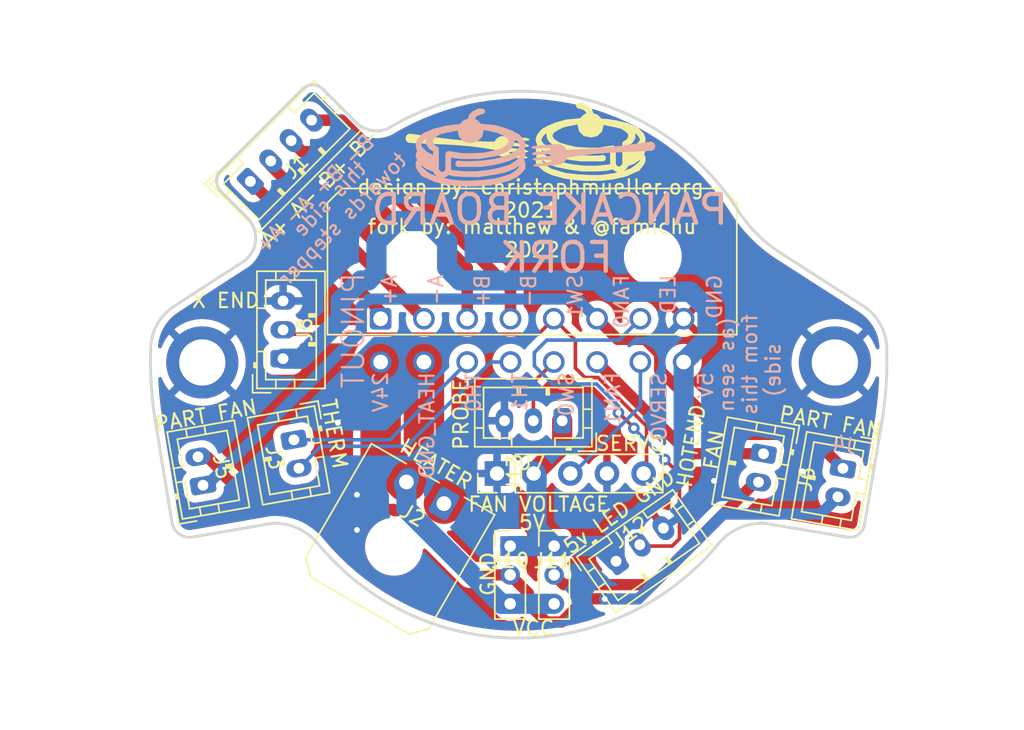
<source format=kicad_pcb>
(kicad_pcb (version 20211014) (generator pcbnew)
  (layers (0 "F.Cu" signal) (31 "B.Cu" signal) (34 "B.Paste" user) (35 "F.Paste" user) (36 "B.SilkS" user "B.Silkscreen") (37 "F.SilkS" user "F.Silkscreen") (38 "B.Mask" user) (39 "F.Mask" user) (44 "Edge.Cuts" user))
  (net 0 "")
  (net 1 "/B-")
  (net 2 "/B+")
  (net 3 "/A-")
  (net 4 "/A+")
  (net 5 "/therm1")
  (net 6 "/therm0")
  (net 7 "/fan0")
  (net 8 "+5V")
  (net 9 "/fan1")
  (net 10 "GND")
  (net 11 "/sw0")
  (net 12 "/sw1")
  (net 13 "/heat_gnd")
  (net 14 "+24V")
  (net 15 "/VFAN0")
  (net 16 "/VFAN1")
  (net 17 "/led")
  (net 18 "/servo")
  (footprint "Connector_JST:JST_PH_B4B-PH-K_1x04_P2.00mm_Vertical" (layer "F.Cu") (at 81.411371 87.453041 45)
    (fp_text reference "J1" (at 2.978949 1.504998 45) (layer "F.SilkS"))
    (fp_text value "A+ A- B+ B-" (at 3.158554 3.69618 45) (layer "F.SilkS"))
    (pad "1" thru_hole roundrect locked (at 0 0 45) (size 1.2 1.75) (drill 0.75) (layers *.Cu *.Mask) (roundrect_rratio 0.2083325) (net 4 "/A+"))
    (pad "2" thru_hole oval locked (at 2 0 45) (size 1.2 1.75) (drill 0.75) (layers *.Cu *.Mask) (net 3 "/A-"))
    (pad "3" thru_hole oval locked (at 4 0 45) (size 1.2 1.75) (drill 0.75) (layers *.Cu *.Mask) (net 2 "/B+"))
    (pad "4" thru_hole oval locked (at 6 0 45) (size 1.2 1.75) (drill 0.75) (layers *.Cu *.Mask) (net 1 "/B-"))
  )
  (footprint "Connector_Molex:Molex_Micro-Fit_3.0_43650-0200_1x02_P3.00mm_Horizontal" (layer "F.Cu") (at 94.825638 109.78308 150)
    (fp_text reference "J2" (at 1.47193 -1.783418 150) (layer "F.SilkS"))
    (fp_text value " ")
    (pad "" np_thru_hole circle (at 1.5 -4.32 150) (size 3 3) (drill 3) (layers *.Cu *.Mask))
    (pad "1" thru_hole roundrect (at 0 0 150) (size 1.5 2.02) (drill 1.02) (layers *.Cu *.Mask) (roundrect_rratio 0.166667) (net 13 "/heat_gnd"))
    (pad "2" thru_hole oval (at 3 0 150) (size 1.5 2.02) (drill 1.02) (layers *.Cu *.Mask) (net 14 "+24V"))
  )
  (footprint "Connector_JST:JST_PH_B2B-PH-K_1x02_P2.00mm_Vertical" (layer "F.Cu") (at 84.4296 105.3592 -80)
    (fp_text reference "J3" (at 0.971323 1.512446 100) (layer "F.SilkS"))
    (fp_text value " ")
    (pad "1" thru_hole roundrect locked (at 0 0 280) (size 1.2 1.75) (drill 0.75) (layers *.Cu *.Mask) (roundrect_rratio 0.2083325) (net 6 "/therm0"))
    (pad "2" thru_hole oval locked (at 2 0 280) (size 1.2 1.75) (drill 0.75) (layers *.Cu *.Mask) (net 5 "/therm1"))
  )
  (footprint "Connector_JST:JST_PH_B2B-PH-K_1x02_P2.00mm_Vertical" (layer "F.Cu") (at 122.4788 107.3404 -100)
    (fp_text reference "J4" (at -1.618546 0.182226 170) (layer "B.SilkS") (effects (justify mirror)))
    (fp_text value " ")
    (pad "1" thru_hole roundrect locked (at 0 0 260) (size 1.2 1.75) (drill 0.75) (layers *.Cu *.Mask) (roundrect_rratio 0.2083325) (net 7 "/fan0"))
    (pad "2" thru_hole oval locked (at 2 0 260) (size 1.2 1.75) (drill 0.75) (layers *.Cu *.Mask) (net 15 "/VFAN0"))
  )
  (footprint "Connector_JST:JST_PH_B2B-PH-K_1x02_P2.00mm_Vertical" (layer "F.Cu") (at 78.1304 108.5088 100)
    (fp_text reference "J5" (at 1.021351 1.521267 100) (layer "F.SilkS"))
    (fp_text value " ")
    (pad "1" thru_hole roundrect locked (at 0 0 100) (size 1.2 1.75) (drill 0.75) (layers *.Cu *.Mask) (roundrect_rratio 0.2083325) (net 7 "/fan0"))
    (pad "2" thru_hole oval locked (at 2 0 100) (size 1.2 1.75) (drill 0.75) (layers *.Cu *.Mask) (net 15 "/VFAN0"))
  )
  (footprint "Connector_JST:JST_PH_B2B-PH-K_1x02_P2.00mm_Vertical" (layer "F.Cu") (at 116.974612 106.3244 -100)
    (fp_text reference "J6" (at 1.21 -3.22 80) (layer "F.SilkS"))
    (fp_text value " ")
    (pad "1" thru_hole roundrect locked (at 0 0 260) (size 1.2 1.75) (drill 0.75) (layers *.Cu *.Mask) (roundrect_rratio 0.2083325) (net 9 "/fan1"))
    (pad "2" thru_hole oval locked (at 2 0 260) (size 1.2 1.75) (drill 0.75) (layers *.Cu *.Mask) (net 16 "/VFAN1"))
  )
  (footprint "Connector_JST:JST_PH_B3B-PH-K_1x03_P2.00mm_Vertical" (layer "F.Cu") (at 103.0224 104.0384 180)
    (fp_text reference "J7" (at 2 -2.9) (layer "F.SilkS"))
    (fp_text value "ENDSTOP0")
    (pad "1" thru_hole roundrect (at 0 0 180) (size 1.2 1.75) (drill 0.75) (layers *.Cu *.Mask) (roundrect_rratio 0.208333) (net 8 "+5V"))
    (pad "2" thru_hole oval (at 2 0 180) (size 1.2 1.75) (drill 0.75) (layers *.Cu *.Mask) (net 11 "/sw0"))
    (pad "3" thru_hole oval (at 4 0 180) (size 1.2 1.75) (drill 0.75) (layers *.Cu *.Mask) (net 10 "GND"))
  )
  (footprint "Connector_JST:JST_PH_B3B-PH-K_1x03_P2.00mm_Vertical" (layer "F.Cu") (at 83.6764 99.7392 90)
    (fp_text reference "J8" (at 2 1.5152 90) (layer "F.SilkS"))
    (fp_text value " ")
    (pad "1" thru_hole roundrect locked (at 0 0 90) (size 1.2 1.75) (drill 0.75) (layers *.Cu *.Mask) (roundrect_rratio 0.2083325) (net 8 "+5V"))
    (pad "2" thru_hole oval locked (at 2 0 90) (size 1.2 1.75) (drill 0.75) (layers *.Cu *.Mask) (net 12 "/sw1"))
    (pad "3" thru_hole oval locked (at 4 0 90) (size 1.2 1.75) (drill 0.75) (layers *.Cu *.Mask) (net 10 "GND"))
  )
  (footprint "Connector_PinHeader_2.00mm:PinHeader_1x03_P2.00mm_Vertical" (layer "F.Cu") (at 99.4156 112.7252)
    (fp_text reference "J10" (at 0 1) (layer "F.SilkS"))
    (fp_text value " ")
    (pad "1" thru_hole rect (at 0 0) (size 1.35 1.35) (drill 0.8) (layers *.Cu *.Mask) (net 8 "+5V"))
    (pad "2" thru_hole oval (at 0 2) (size 1.35 1.35) (drill 0.8) (layers *.Cu *.Mask) (net 15 "/VFAN0"))
    (pad "3" thru_hole oval (at 0 4) (size 1.35 1.35) (drill 0.8) (layers *.Cu *.Mask) (net 14 "+24V"))
  )
  (footprint "Connector_PinHeader_2.00mm:PinHeader_1x03_P2.00mm_Vertical" (layer "F.Cu") (at 102.4636 112.7252)
    (fp_text reference "J11" (at -0.1016 1.016) (layer "F.SilkS"))
    (fp_text value " ")
    (pad "1" thru_hole rect (at 0 0) (size 1.35 1.35) (drill 0.8) (layers *.Cu *.Mask) (net 8 "+5V"))
    (pad "2" thru_hole oval (at 0 2) (size 1.35 1.35) (drill 0.8) (layers *.Cu *.Mask) (net 16 "/VFAN1"))
    (pad "3" thru_hole oval (at 0 4) (size 1.35 1.35) (drill 0.8) (layers *.Cu *.Mask) (net 14 "+24V"))
  )
  (footprint "v0_pancake_board:pancake" (layer "F.Cu") (at 101.241711 88.463573)
    (fp_text reference "REF**" hide)
    (fp_text value "pancake" hide)
  )
  (footprint "Connector_JST:JST_PH_B3B-PH-K_1x03_P2.00mm_Vertical" (layer "F.Cu") (at 106.758229 113.77742 35)
    (fp_text reference "J12" (at 1.966935 -1.085553 35) (layer "F.SilkS"))
    (fp_text value " ")
    (pad "1" thru_hole roundrect (at 0 0 35) (size 1.2 1.75) (drill 0.75) (layers *.Cu *.Mask) (roundrect_rratio 0.208333) (net 8 "+5V"))
    (pad "2" thru_hole oval (at 2 0 35) (size 1.2 1.75) (drill 0.75) (layers *.Cu *.Mask) (net 17 "/led"))
    (pad "3" thru_hole oval (at 4 0 35) (size 1.2 1.75) (drill 0.75) (layers *.Cu *.Mask) (net 10 "GND"))
  )
  (footprint "Connector_PinHeader_2.54mm:PinHeader_1x05_P2.54mm_Vertical" (layer "F.Cu") (at 98.5062 107.696 90)
    (fp_text reference "J13" (at 0.0508 1.2142 90) (layer "F.SilkS"))
    (fp_text value "BLTOUCH")
    (pad "1" thru_hole rect (at 0 0 90) (size 1.7 1.7) (drill 1) (layers *.Cu *.Mask) (net 10 "GND"))
    (pad "2" thru_hole oval (at 0 2.54 90) (size 1.7 1.7) (drill 1) (layers *.Cu *.Mask) (net 8 "+5V"))
    (pad "3" thru_hole oval (at 0 5.08 90) (size 1.7 1.7) (drill 1) (layers *.Cu *.Mask) (net 18 "/servo"))
    (pad "4" thru_hole oval (at 0 7.62 90) (size 1.7 1.7) (drill 1) (layers *.Cu *.Mask) (net 10 "GND"))
    (pad "5" thru_hole oval (at 0 10.16 90) (size 1.7 1.7) (drill 1) (layers *.Cu *.Mask) (net 12 "/sw1"))
  )
  (footprint "MountingHole:MountingHole_3.2mm_M3_Pad" (layer "F.Cu") (at 121.92 100)
    (fp_text reference "H1")
    (fp_text value " ")
    (pad "1" thru_hole circle (at 0 0) (size 5 5) (drill 3.2) (layers *.Cu *.Mask) (net 10 "GND"))
  )
  (footprint "MountingHole:MountingHole_3.2mm_M3_Pad" (layer "F.Cu") (at 78.08 100)
    (fp_text reference "H2")
    (fp_text value " ")
    (pad "1" thru_hole circle (at 0 0) (size 5 5) (drill 3.2) (layers *.Cu *.Mask) (net 10 "GND"))
  )
  (footprint "Connector_Molex:Molex_Micro-Fit_3.0_43045-1600_2x08_P3.00mm_Horizontal" (layer "F.Cu") (at 90.4396 96.9714)
    (fp_text reference "J9" hide)
    (fp_text value "Breakout Molex Micro-fit 3.0 02x08")
    (pad "" np_thru_hole circle (at 18.86 -4.32) (size 3 3) (drill 3) (layers *.Cu *.Mask))
    (pad "" np_thru_hole circle (at 2.16 -4.32) (size 3 3) (drill 3) (layers *.Cu *.Mask))
    (pad "1" thru_hole roundrect (at 0 0) (size 1.5 1.5) (drill 1.02) (layers *.Cu *.Mask) (roundrect_rratio 0.166667) (net 4 "/A+"))
    (pad "2" thru_hole circle (at 3 0) (size 1.5 1.5) (drill 1.02) (layers *.Cu *.Mask) (net 3 "/A-"))
    (pad "3" thru_hole circle (at 6 0) (size 1.5 1.5) (drill 1.02) (layers *.Cu *.Mask) (net 2 "/B+"))
    (pad "4" thru_hole circle (at 9 0) (size 1.5 1.5) (drill 1.02) (layers *.Cu *.Mask) (net 1 "/B-"))
    (pad "5" thru_hole circle (at 12 0) (size 1.5 1.5) (drill 1.02) (layers *.Cu *.Mask) (net 12 "/sw1"))
    (pad "6" thru_hole circle (at 15 0) (size 1.5 1.5) (drill 1.02) (layers *.Cu *.Mask) (net 7 "/fan0"))
    (pad "7" thru_hole circle (at 18 0) (size 1.5 1.5) (drill 1.02) (layers *.Cu *.Mask) (net 17 "/led"))
    (pad "8" thru_hole circle (at 21 0) (size 1.5 1.5) (drill 1.02) (layers *.Cu *.Mask) (net 10 "GND"))
    (pad "9" thru_hole circle (at 0 3) (size 1.5 1.5) (drill 1.02) (layers *.Cu *.Mask) (net 14 "+24V"))
    (pad "10" thru_hole circle (at 3 3) (size 1.5 1.5) (drill 1.02) (layers *.Cu *.Mask) (net 13 "/heat_gnd"))
    (pad "11" thru_hole circle (at 6 3) (size 1.5 1.5) (drill 1.02) (layers *.Cu *.Mask) (net 6 "/therm0"))
    (pad "12" thru_hole circle (at 9 3) (size 1.5 1.5) (drill 1.02) (layers *.Cu *.Mask) (net 5 "/therm1"))
    (pad "13" thru_hole circle (at 12 3) (size 1.5 1.5) (drill 1.02) (layers *.Cu *.Mask) (net 11 "/sw0"))
    (pad "14" thru_hole circle (at 15 3) (size 1.5 1.5) (drill 1.02) (layers *.Cu *.Mask) (net 9 "/fan1"))
    (pad "15" thru_hole circle (at 18 3) (size 1.5 1.5) (drill 1.02) (layers *.Cu *.Mask) (net 18 "/servo"))
    (pad "16" thru_hole circle (at 21 3) (size 1.5 1.5) (drill 1.02) (layers *.Cu *.Mask) (net 8 "+5V"))
  )
  (footprint "v0_pancake_board:pancake" (layer "B.Cu") (at 100.424 88.8492 180)
    (fp_text reference "REF**" hide)
    (fp_text value "pancake" hide)
  )
  (gr_poly (pts (xy 103.305319 85.252615) (xy 103.320204 85.284359) (xy 103.333362 85.316823) (xy 103.344814 85.349928) (xy 103.35458 85.383596) (xy 103.362678 85.417748) (xy 103.369129 85.452306) (xy 103.373953 85.487192) (xy 103.37717 85.522326) (xy 103.378798 85.55763) (xy 103.378857 85.593027) (xy 103.377368 85.628438) (xy 103.37435 85.663783) (xy 103.369822 85.698986) (xy 103.363804 85.733965) (xy 103.356318 85.768646) (xy 103.347379 85.802947) (xy 104.166678 85.669488) (xy 104.942124 85.572064) (xy 105.682708 85.503287) (xy 106.397419 85.455774) (xy 109.177346 85.330655) (xy 109.193442 85.329251) (xy 109.209248 85.327018) (xy 109.22475 85.32398) (xy 109.239925 85.320161) (xy 109.254761 85.315583) (xy 109.269237 85.310273) (xy 109.283336 85.30425) (xy 109.297041 85.297541) (xy 109.310335 85.290168) (xy 109.323201 85.282155) (xy 109.335619 85.273525) (xy 109.347573 85.264303) (xy 109.359046 85.254511) (xy 109.37002 85.244173) (xy 109.380477 85.233313) (xy 109.3904 85.221953) (xy 109.399771 85.210119) (xy 109.408574 85.197833) (xy 109.416789 85.185118) (xy 109.4244 85.172) (xy 109.43139 85.158499) (xy 109.437742 85.144642) (xy 109.443435 85.13045) (xy 109.448456 85.115948) (xy 109.452784 85.10116) (xy 109.456403 85.086107) (xy 109.459295 85.070816) (xy 109.461444 85.055306) (xy 109.46283 85.039606) (xy 109.463438 85.023735) (xy 109.463248 85.00772) (xy 109.462245 84.991582) (xy 109.460428 84.975498) (xy 109.457827 84.959643) (xy 109.454464 84.94404) (xy 109.450359 84.928715) (xy 109.445535 84.913688) (xy 109.440014 84.898985) (xy 109.433816 84.884629) (xy 109.426964 84.870643) (xy 109.41948 84.85705) (xy 109.411385 84.843875) (xy 109.402701 84.831141) (xy 109.39345 84.818871) (xy 109.383654 84.807088) (xy 109.373333 84.795816) (xy 109.362511 84.78508) (xy 109.351208 84.774901) (xy 109.339447 84.765305) (xy 109.32725 84.756313) (xy 109.314637 84.74795) (xy 109.301631 84.740239) (xy 109.288254 84.733204) (xy 109.274526 84.726869) (xy 109.260471 84.721255) (xy 109.246109 84.716388) (xy 109.231462 84.71229) (xy 109.216553 84.708986) (xy 109.201403 84.706498) (xy 109.186033 84.704851) (xy 109.170465 84.704067) (xy 109.154722 84.704171) (xy 109.138825 84.705184) (xy 109.122795 84.707133) (xy 107.673807 84.915796) (xy 106.94915 85.008825) (xy 106.223753 85.090709) (xy 105.497145 85.158739) (xy 104.768851 85.210205) (xy 104.0384 85.2424) (xy 103.305318 85.252615) (xy 103.305319 85.252615)) (layer "B.SilkS") (width 0.013229) (fill solid))
  (gr_poly (pts (xy 101.111829 84.998341) (xy 102.59875 84.868252) (xy 102.685478 84.864786) (xy 102.767361 84.869635) (xy 102.844338 84.882279) (xy 102.916352 84.902194) (xy 102.983342 84.928862) (xy 103.045252 84.961759) (xy 103.10202 85.000365) (xy 103.153588 85.044158) (xy 103.199897 85.092615) (xy 103.240889 85.145218) (xy 103.276505 85.201441) (xy 103.306684 85.260767) (xy 103.331368 85.322671) (xy 103.350499 85.386634) (xy 103.364018 85.452133) (xy 103.371864 85.518647) (xy 103.37398 85.585655) (xy 103.370307 85.652635) (xy 103.360784 85.719066) (xy 103.345355 85.784425) (xy 103.323958 85.848193) (xy 103.296536 85.909846) (xy 103.26303 85.968864) (xy 103.223381 86.024726) (xy 103.177528 86.076909) (xy 103.125414 86.124894) (xy 103.06698 86.168156) (xy 103.002166 86.206176) (xy 102.930914 86.238432) (xy 102.853165 86.264403) (xy 102.768859 86.283565) (xy 102.677939 86.295401) (xy 101.236341 86.421524) (xy 101.189359 86.414485) (xy 101.14785 86.407598) (xy 101.111924 86.40073) (xy 101.081689 86.393748) (xy 101.057254 86.386522) (xy 101.047247 86.382776) (xy 101.03873 86.378921) (xy 101.031718 86.374937) (xy 101.026224 86.370811) (xy 101.022261 86.366524) (xy 101.019845 86.362062) (xy 101.018987 86.357406) (xy 101.019703 86.352542) (xy 101.022005 86.347451) (xy 101.025906 86.342119) (xy 101.031422 86.336527) (xy 101.038565 86.330661) (xy 101.047347 86.324503) (xy 101.057785 86.318037) (xy 101.08368 86.304115) (xy 101.116355 86.288762) (xy 101.15592 86.27185) (xy 101.202486 86.253244) (xy 102.127654 86.111198) (xy 102.169063 86.096586) (xy 102.204413 86.082282) (xy 102.219846 86.075266) (xy 102.233799 86.068349) (xy 102.246284 86.06154) (xy 102.257314 86.054847) (xy 102.266899 86.048278) (xy 102.27505 86.041839) (xy 102.281782 86.035539) (xy 102.287105 86.029386) (xy 102.291029 86.023386) (xy 102.293568 86.017548) (xy 102.294733 86.011878) (xy 102.294536 86.006387) (xy 102.292988 86.001079) (xy 102.290101 85.995965) (xy 102.285887 85.99105) (xy 102.280359 85.986343) (xy 102.273525 85.981851) (xy 102.2654 85.977581) (xy 102.255996 85.973544) (xy 102.245322 85.969744) (xy 102.233391 85.96619) (xy 102.220216 85.962889) (xy 102.205806 85.95985) (xy 102.190175 85.95708) (xy 102.155297 85.952378) (xy 102.115671 85.948843) (xy 102.002073 85.945091) (xy 101.864464 85.946501) (xy 101.71491 85.951635) (xy 101.565483 85.959059) (xy 101.210431 85.982898) (xy 101.155199 85.978993) (xy 101.107439 85.974077) (xy 101.067114 85.968185) (xy 101.034187 85.96135) (xy 101.020487 85.95759) (xy 101.00862 85.953606) (xy 100.998585 85.949403) (xy 100.990376 85.944987) (xy 100.983987 85.94036) (xy 100.979415 85.935528) (xy 100.976655 85.930494) (xy 100.975703 85.925262) (xy 100.976551 85.919837) (xy 100.979199 85.914223) (xy 100.983638 85.908424) (xy 100.989867 85.902446) (xy 100.997879 85.896291) (xy 101.007669 85.889964) (xy 101.019234 85.883469) (xy 101.032568 85.87681) (xy 101.064527 85.863022) (xy 101.103506 85.84863) (xy 101.14947 85.833669) (xy 101.20238 85.818172) (xy 102.096635 85.705976) (xy 102.119509 85.70025) (xy 102.140808 85.694372) (xy 102.160536 85.688359) (xy 102.178699 85.682231) (xy 102.195302 85.676004) (xy 102.210351 85.669699) (xy 102.223851 85.663332) (xy 102.235808 85.656922) (xy 102.246228 85.650489) (xy 102.255116 85.64405) (xy 102.262478 85.637624) (xy 102.268318 85.631228) (xy 102.272643 85.624881) (xy 102.275457 85.618603) (xy 102.276769 85.61241) (xy 102.27658 85.606322) (xy 102.274899 85.600357) (xy 102.271729 85.594533) (xy 102.267078 85.588869) (xy 102.26095 85.583383) (xy 102.253351 85.578093) (xy 102.244285 85.573018) (xy 102.23376 85.568176) (xy 102.22178 85.563586) (xy 102.20835 85.559265) (xy 102.193478 85.555233) (xy 102.177168 85.551507) (xy 102.159425 85.548107) (xy 102.140254 85.54505) (xy 102.119663 85.542354) (xy 102.097656 85.540038) (xy 102.074237 85.538122) (xy 101.167155 85.612948) (xy 101.111725 85.608543) (xy 101.086849 85.605715) (xy 101.063858 85.602491) (xy 101.042746 85.598889) (xy 101.023511 85.594924) (xy 101.006145 85.590612) (xy 100.990644 85.58597) (xy 100.977002 85.581013) (xy 100.965215 85.575758) (xy 100.955277 85.570221) (xy 100.947183 85.564418) (xy 100.940929 85.558366) (xy 100.936508 85.552081) (xy 100.933916 85.545578) (xy 100.933147 85.538875) (xy 100.934196 85.531986) (xy 100.937059 85.524929) (xy 100.94173 85.517719) (xy 100.948203 85.510373) (xy 100.956474 85.502907) (xy 100.966538 85.495336) (xy 100.978389 85.487678) (xy 100.992022 85.479948) (xy 101.007432 85.472163) (xy 101.024615 85.464339) (xy 101.043564 85.456492) (xy 101.064274 85.448638) (xy 101.110959 85.432974) (xy 101.164628 85.417477) (xy 101.268849 85.408522) (xy 101.516802 85.383802) (xy 101.664348 85.366533) (xy 101.811427 85.346529) (xy 101.881001 85.335626) (xy 101.945909 85.32419) (xy 102.004634 85.31227) (xy 102.05566 85.299917) (xy 102.0805 85.294613) (xy 102.103278 85.289172) (xy 102.124037 85.28361) (xy 102.142816 85.277945) (xy 102.15966 85.272192) (xy 102.174607 85.266368) (xy 102.187703 85.26049) (xy 102.198986 85.254576) (xy 102.208501 85.248641) (xy 102.216287 85.242701) (xy 102.222388 85.236775) (xy 102.226845 85.230879) (xy 102.229699 85.225029) (xy 102.230993 85.219242) (xy 102.230767 85.213534) (xy 102.229066 85.207923) (xy 102.225929 85.202426) (xy 102.221398 85.197057) (xy 102.215516 85.191836) (xy 102.208324 85.186778) (xy 102.199864 85.1819) (xy 102.190178 85.177218) (xy 102.179307 85.17275) (xy 102.167294 85.168512) (xy 102.140006 85.160792) (xy 102.10865 85.154194) (xy 102.073559 85.14885) (xy 102.035067 85.144894) (xy 101.975995 85.141259) (xy 101.912107 85.139269) (xy 101.77401 85.13945) (xy 101.629016 85.143886) (xy 101.485365 85.151027) (xy 101.088964 85.175652) (xy 101.060919 85.174471) (xy 101.035303 85.172535) (xy 101.012057 85.169891) (xy 100.991124 85.166586) (xy 100.972448 85.162668) (xy 100.95597 85.158184) (xy 100.941634 85.153181) (xy 100.929382 85.147707) (xy 100.919157 85.14181) (xy 100.910903 85.135536) (xy 100.90456 85.128934) (xy 100.900074 85.122051) (xy 100.897386 85.114933) (xy 100.896438 85.107629) (xy 100.897174 85.100187) (xy 100.899537 85.092652) (xy 100.903468 85.085073) (xy 100.908912 85.077498) (xy 100.915811 85.069973) (xy 100.924107 85.062546) (xy 100.933744 85.055265) (xy 100.944662 85.048177) (xy 100.956808 85.041329) (xy 100.970122 85.034769) (xy 100.984546 85.028544) (xy 101.000026 85.022702) (xy 101.016501 85.01729) (xy 101.033917 85.012355) (xy 101.052214 85.007946) (xy 101.071337 85.004109) (xy 101.091228 85.000891) (xy 101.111829 84.998341)) (layer "B.SilkS") (width 0.013229) (fill solid))
  (gr_poly (pts (xy 100.529788 84.446902) (xy 99.042867 84.316813) (xy 98.956139 84.313347) (xy 98.874256 84.318196) (xy 98.797279 84.33084) (xy 98.725265 84.350755) (xy 98.658275 84.377423) (xy 98.596365 84.41032) (xy 98.539597 84.448926) (xy 98.488029 84.492719) (xy 98.44172 84.541176) (xy 98.400728 84.593779) (xy 98.365112 84.650002) (xy 98.334933 84.709328) (xy 98.310249 84.771232) (xy 98.291118 84.835195) (xy 98.277599 84.900694) (xy 98.269753 84.967208) (xy 98.267637 85.034216) (xy 98.27131 85.101196) (xy 98.280833 85.167627) (xy 98.296262 85.232986) (xy 98.317659 85.296754) (xy 98.345081 85.358407) (xy 98.378587 85.417425) (xy 98.418236 85.473287) (xy 98.464089 85.52547) (xy 98.516203 85.573455) (xy 98.574637 85.616717) (xy 98.639451 85.654737) (xy 98.710703 85.686993) (xy 98.788452 85.712964) (xy 98.872758 85.732126) (xy 98.963678 85.743962) (xy 100.405276 85.870085) (xy 100.452258 85.863046) (xy 100.493767 85.856159) (xy 100.529693 85.849291) (xy 100.559928 85.842309) (xy 100.584363 85.835083) (xy 100.59437 85.831337) (xy 100.602887 85.827482) (xy 100.609899 85.823498) (xy 100.615393 85.819372) (xy 100.619356 85.815085) (xy 100.621772 85.810623) (xy 100.62263 85.805967) (xy 100.621914 85.801103) (xy 100.619612 85.796012) (xy 100.615711 85.79068) (xy 100.610195 85.785088) (xy 100.603052 85.779222) (xy 100.59427 85.773064) (xy 100.583832 85.766598) (xy 100.557937 85.752676) (xy 100.525262 85.737323) (xy 100.485697 85.720411) (xy 100.439131 85.701805) (xy 99.513963 85.559759) (xy 99.472554 85.545147) (xy 99.437204 85.530843) (xy 99.421771 85.523827) (xy 99.407818 85.51691) (xy 99.395333 85.510101) (xy 99.384303 85.503408) (xy 99.374718 85.496839) (xy 99.366567 85.4904) (xy 99.359835 85.4841) (xy 99.354512 85.477947) (xy 99.350588 85.471947) (xy 99.348049 85.466109) (xy 99.346884 85.460439) (xy 99.347081 85.454948) (xy 99.348629 85.44964) (xy 99.351516 85.444526) (xy 99.35573 85.439611) (xy 99.361258 85.434904) (xy 99.368092 85.430412) (xy 99.376217 85.426142) (xy 99.385621 85.422105) (xy 99.396295 85.418305) (xy 99.408226 85.414751) (xy 99.421401 85.41145) (xy 99.435811 85.408411) (xy 99.451442 85.405641) (xy 99.48632 85.400939) (xy 99.525946 85.397404) (xy 99.639544 85.393652) (xy 99.777153 85.395062) (xy 99.926707 85.400196) (xy 100.076134 85.40762) (xy 100.431186 85.431459) (xy 100.486418 85.427554) (xy 100.534178 85.422638) (xy 100.574503 85.416746) (xy 100.60743 85.409911) (xy 100.62113 85.406151) (xy 100.632997 85.402167) (xy 100.643032 85.397964) (xy 100.651241 85.393548) (xy 100.65763 85.388921) (xy 100.662202 85.384089) (xy 100.664962 85.379055) (xy 100.665914 85.373823) (xy 100.665066 85.368398) (xy 100.662418 85.362784) (xy 100.657979 85.356985) (xy 100.65175 85.351007) (xy 100.643738 85.344852) (xy 100.633948 85.338525) (xy 100.622383 85.33203) (xy 100.609049 85.325371) (xy 100.57709 85.311583) (xy 100.538111 85.297191) (xy 100.492147 85.28223) (xy 100.439237 85.266733) (xy 99.544982 85.154537) (xy 99.522108 85.148811) (xy 99.500809 85.142933) (xy 99.481081 85.13692) (xy 99.462918 85.130792) (xy 99.446315 85.124565) (xy 99.431266 85.11826) (xy 99.417766 85.111893) (xy 99.405809 85.105483) (xy 99.395389 85.09905) (xy 99.386501 85.092611) (xy 99.379139 85.086185) (xy 99.373299 85.079789) (xy 99.368974 85.073442) (xy 99.36616 85.067164) (xy 99.364848 85.060971) (xy 99.365037 85.054883) (xy 99.366718 85.048918) (xy 99.369888 85.043094) (xy 99.374539 85.03743) (xy 99.380667 85.031944) (xy 99.388266 85.026654) (xy 99.397332 85.021579) (xy 99.407857 85.016737) (xy 99.419837 85.012147) (xy 99.433267 85.007826) (xy 99.448139 85.003794) (xy 99.464449 85.000068) (xy 99.482192 84.996668) (xy 99.501363 84.993611) (xy 99.521954 84.990915) (xy 99.543961 84.988599) (xy 99.56738 84.986683) (xy 100.474462 85.061509) (xy 100.529892 85.057104) (xy 100.554768 85.054276) (xy 100.577759 85.051052) (xy 100.598871 85.04745) (xy 100.618106 85.043485) (xy 100.635472 85.039173) (xy 100.650973 85.034531) (xy 100.664615 85.029574) (xy 100.676402 85.024319) (xy 100.68634 85.018782) (xy 100.694434 85.012979) (xy 100.700688 85.006927) (xy 100.705109 85.000642) (xy 100.707701 84.994139) (xy 100.70847 84.987436) (xy 100.707421 84.980547) (xy 100.704558 84.97349) (xy 100.699887 84.96628) (xy 100.693414 84.958934) (xy 100.685143 84.951468) (xy 100.675079 84.943897) (xy 100.663228 84.936239) (xy 100.649595 84.928509) (xy 100.634185 84.920724) (xy 100.617002 84.9129) (xy 100.598053 84.905053) (xy 100.577343 84.897199) (xy 100.530658 84.881535) (xy 100.476989 84.866038) (xy 100.372768 84.857083) (xy 100.124815 84.832363) (xy 99.977269 84.815094) (xy 99.83019 84.79509) (xy 99.760616 84.784187) (xy 99.695708 84.772751) (xy 99.636983 84.760831) (xy 99.585957 84.748478) (xy 99.561117 84.743174) (xy 99.538339 84.737733) (xy 99.51758 84.732171) (xy 99.498801 84.726506) (xy 99.481957 84.720753) (xy 99.46701 84.714929) (xy 99.453914 84.709051) (xy 99.442631 84.703137) (xy 99.433116 84.697202) (xy 99.42533 84.691262) (xy 99.419229 84.685336) (xy 99.414772 84.67944) (xy 99.411918 84.67359) (xy 99.410624 84.667803) (xy 99.41085 84.662095) (xy 99.412551 84.656484) (xy 99.415688 84.650987) (xy 99.420219 84.645618) (xy 99.426101 84.640397) (xy 99.433293 84.635339) (xy 99.441753 84.630461) (xy 99.451439 84.625779) (xy 99.46231 84.621311) (xy 99.474323 84.617073) (xy 99.501611 84.609353) (xy 99.532967 84.602755) (xy 99.568058 84.597411) (xy 99.60655 84.593455) (xy 99.665622 84.58982) (xy 99.72951 84.58783) (xy 99.867607 84.588011) (xy 100.012601 84.592447) (xy 100.156252 84.599588) (xy 100.552653 84.624213) (xy 100.580698 84.623032) (xy 100.606314 84.621096) (xy 100.62956 84.618452) (xy 100.650493 84.615147) (xy 100.669169 84.611229) (xy 100.685647 84.606745) (xy 100.699983 84.601742) (xy 100.712235 84.596268) (xy 100.72246 84.590371) (xy 100.730714 84.584097) (xy 100.737057 84.577495) (xy 100.741543 84.570612) (xy 100.744231 84.563494) (xy 100.745179 84.55619) (xy 100.744443 84.548748) (xy 100.74208 84.541213) (xy 100.738149 84.533634) (xy 100.732705 84.526059) (xy 100.725806 84.518534) (xy 100.71751 84.511107) (xy 100.707873 84.503826) (xy 100.696955 84.496738) (xy 100.684809 84.48989) (xy 100.671495 84.48333) (xy 100.657071 84.477105) (xy 100.641591 84.471263) (xy 100.625116 84.465851) (xy 100.6077 84.460916) (xy 100.589403 84.456507) (xy 100.57028 84.45267) (xy 100.550389 84.449452) (xy 100.529788 84.446902)) (layer "F.SilkS") (width 0.013229) (fill solid))
  (gr_poly (pts (xy 98.336298 84.701176) (xy 98.321413 84.73292) (xy 98.308255 84.765384) (xy 98.296803 84.798489) (xy 98.287037 84.832157) (xy 98.278939 84.866309) (xy 98.272488 84.900867) (xy 98.267664 84.935753) (xy 98.264447 84.970887) (xy 98.262819 85.006191) (xy 98.26276 85.041588) (xy 98.264249 85.076999) (xy 98.267267 85.112344) (xy 98.271795 85.147547) (xy 98.277813 85.182526) (xy 98.285299 85.217207) (xy 98.294238 85.251508) (xy 97.474939 85.118049) (xy 96.699493 85.020625) (xy 95.958909 84.951848) (xy 95.244198 84.904335) (xy 92.464271 84.779216) (xy 92.448175 84.777812) (xy 92.432369 84.775579) (xy 92.416867 84.772541) (xy 92.401692 84.768722) (xy 92.386856 84.764144) (xy 92.37238 84.758834) (xy 92.358281 84.752811) (xy 92.344576 84.746102) (xy 92.331282 84.738729) (xy 92.318416 84.730716) (xy 92.305998 84.722086) (xy 92.294044 84.712864) (xy 92.282571 84.703072) (xy 92.271597 84.692734) (xy 92.26114 84.681874) (xy 92.251217 84.670514) (xy 92.241846 84.65868) (xy 92.233043 84.646394) (xy 92.224828 84.633679) (xy 92.217217 84.620561) (xy 92.210227 84.60706) (xy 92.203875 84.593203) (xy 92.198182 84.579011) (xy 92.193161 84.564509) (xy 92.188833 84.549721) (xy 92.185214 84.534668) (xy 92.182322 84.519377) (xy 92.180173 84.503867) (xy 92.178787 84.488167) (xy 92.178179 84.472296) (xy 92.178369 84.456281) (xy 92.179372 84.440143) (xy 92.181189 84.424059) (xy 92.18379 84.408204) (xy 92.187153 84.392601) (xy 92.191258 84.377276) (xy 92.196082 84.362249) (xy 92.201603 84.347546) (xy 92.207801 84.33319) (xy 92.214653 84.319204) (xy 92.222137 84.305611) (xy 92.230232 84.292436) (xy 92.238916 84.279702) (xy 92.248167 84.267432) (xy 92.257963 84.255649) (xy 92.268284 84.244377) (xy 92.279106 84.233641) (xy 92.290409 84.223462) (xy 92.30217 84.213866) (xy 92.314367 84.204874) (xy 92.32698 84.196511) (xy 92.339986 84.1888) (xy 92.353363 84.181765) (xy 92.367091 84.17543) (xy 92.381146 84.169816) (xy 92.395508 84.164949) (xy 92.410155 84.160851) (xy 92.425064 84.157547) (xy 92.440214 84.155059) (xy 92.455584 84.153412) (xy 92.471152 84.152628) (xy 92.486895 84.152732) (xy 92.502792 84.153745) (xy 92.518822 84.155694) (xy 93.96781 84.364357) (xy 94.692467 84.457386) (xy 95.417864 84.53927) (xy 96.144472 84.6073) (xy 96.872766 84.658766) (xy 97.603217 84.690961) (xy 98.336299 84.701176) (xy 98.336298 84.701176)) (layer "F.SilkS") (width 0.013229) (fill solid))
  (gr_line (start 81.192203 89.959229) (end 79.359015 88.126041) (layer "Edge.Cuts") (width 0.2))
  (gr_line (start 75.980963 111.100383) (end 74.815294 103.997572) (layer "Edge.Cuts") (width 0.2))
  (gr_line (start 123.962787 111.300383) (end 125.2 104) (layer "Edge.Cuts") (width 0.2))
  (gr_arc (start 77.459571 112.090655) (mid 76.508042 111.9124) (end 75.980963 111.100383) (layer "Edge.Cuts") (width 0.2))
  (gr_arc (start 85.015875 81.054966) (mid 85.722982 80.762073) (end 86.430089 81.054966) (layer "Edge.Cuts") (width 0.2))
  (gr_arc (start 90.9828 83.7692) (mid 104.220432 81.667435) (end 115.164672 89.405389) (layer "Edge.Cuts") (width 0.2))
  (gr_arc (start 90.9828 83.7692) (mid 89.797341 83.917582) (end 88.738797 83.363674) (layer "Edge.Cuts") (width 0.2))
  (gr_arc (start 118.167779 92.420822) (mid 116.503956 91.074712) (end 115.164672 89.405389) (layer "Edge.Cuts") (width 0.2))
  (gr_arc (start 74.815294 103.997572) (mid 74.543634 101.557347) (end 74.5 99.102435) (layer "Edge.Cuts") (width 0.2))
  (gr_line (start 88.738797 83.363674) (end 86.430089 81.054966) (layer "Edge.Cuts") (width 0.2))
  (gr_arc (start 123.962787 111.300383) (mid 123.5456 111.933483) (end 122.808208 112.109874) (layer "Edge.Cuts") (width 0.2))
  (gr_circle (center 78.08 100) (end 79.58 100) (layer "Edge.Cuts") (width 0.2) (fill none))
  (gr_arc (start 125.514702 99.302429) (mid 125.463735 101.658341) (end 125.2 104) (layer "Edge.Cuts") (width 0.2))
  (gr_line (start 117.094 111.1504) (end 122.808208 112.109874) (layer "Edge.Cuts") (width 0.2))
  (gr_line (start 118.167779 92.420822) (end 123.871958 96.07725) (layer "Edge.Cuts") (width 0.2))
  (gr_line (start 77.459571 112.090655) (end 82.9056 111.1504) (layer "Edge.Cuts") (width 0.2))
  (gr_circle (center 121.92 100) (end 123.42 100) (layer "Edge.Cuts") (width 0.2) (fill none))
  (gr_arc (start 79.359015 88.126041) (mid 79.066122 87.418934) (end 79.359015 86.711827) (layer "Edge.Cuts") (width 0.2))
  (gr_arc (start 113.859527 112.554928) (mid 115.308122 111.464302) (end 117.094 111.1504) (layer "Edge.Cuts") (width 0.2))
  (gr_arc (start 113.859526 112.554929) (mid 99.97452 119.100383) (end 86.089515 112.554928) (layer "Edge.Cuts") (width 0.2))
  (gr_arc (start 81.192203 89.959229) (mid 81.774174 91.496918) (end 81.007134 92.951163) (layer "Edge.Cuts") (width 0.2))
  (gr_line (start 76.139027 96.094275) (end 81.007134 92.951163) (layer "Edge.Cuts") (width 0.2))
  (gr_arc (start 123.871958 96.07725) (mid 125.128084 97.468398) (end 125.514702 99.302429) (layer "Edge.Cuts") (width 0.2))
  (gr_arc (start 82.9056 111.1504) (mid 84.664052 111.475239) (end 86.089515 112.554928) (layer "Edge.Cuts") (width 0.2))
  (gr_line (start 85.015876 81.054966) (end 79.359015 86.711827) (layer "Edge.Cuts") (width 0.2))
  (gr_arc (start 74.5 99.102435) (mid 74.936349 97.389584) (end 76.139027 96.094275) (layer "Edge.Cuts") (width 0.2))
  (gr_text "FORK" (at 102.609448 92.736573) (layer "B.SilkS") (effects (font (size 2 2) (thickness 0.3)) (justify mirror)))
  (gr_text "PANCAKE BOARD" (at 102.1588 89.408) (layer "B.SilkS") (effects (font (size 2 2) (thickness 0.3)) (justify mirror)))
  (gr_text "A+\n\nA-\n\nB+\n\nB-\n\nSW1\n\nFAN0\n\nLED\n\nGND" (at 102.3112 93.8276 90) (layer "B.SilkS") (effects (font (size 1 1)) (justify left mirror)))
  (gr_text "24V\n\nHEAT_GND\n\nTH0\n\nTH1\n\nSW0\n\nFAN1\n\nSERVO\n\n5V" (at 101.7016 100.584 90) (layer "B.SilkS") (effects (font (size 1 1)) (justify left mirror)))
  (gr_text "B- B+ A- A+" (at 85.868 88.328 45) (layer "B.SilkS") (effects (font (size 1 1)) (justify mirror)))
  (gr_text "(as seen \nfrom this \nside)" (at 116.0272 100.5332 90) (layer "B.SilkS") (effects (font (size 1 1)) (justify mirror)))
  (gr_text "PINOUT" (at 88.5444 97.79 90) (layer "B.SilkS") (effects (font (size 1.5 1.5)) (justify mirror)))
  (gr_text "this side \ntowards stepper" (at 87.2236 89.5096 46) (layer "B.SilkS") (effects (font (size 1 1)) (justify mirror)))
  (gr_text "PART FAN" (at 78.3336 103.6828 10) (layer "F.SilkS") (effects (font (size 1 1))))
  (gr_text "design by: christophmueller.org\n2021" (at 100.838 88.646) (layer "F.SilkS") (effects (font (size 1 1))))
  (gr_text "FAN VOLTAGE" (at 101.3968 109.8296) (layer "F.SilkS") (effects (font (size 1 1))))
  (gr_text "5v LED GND" (at 106.9848 110.3376 35) (layer "F.SilkS") (effects (font (size 1 1))))
  (gr_text "GND" (at 97.8916 114.6556 90) (layer "F.SilkS") (effects (font (size 1 1))))
  (gr_text "fork by: matthew & @famichu\n2022" (at 100.9396 91.3892) (layer "F.SilkS") (effects (font (size 1 1))))
  (gr_text "VCC" (at 101.0412 118.4148) (layer "F.SilkS") (effects (font (size 1 1))))
  (gr_text "X END" (at 79.7052 95.7072) (layer "F.SilkS") (effects (font (size 1 1))))
  (gr_text "5V" (at 100.9396 111.0996) (layer "F.SilkS") (effects (font (size 1 1))))
  (gr_text "SERVO" (at 107.7468 105.6132) (layer "F.SilkS") (effects (font (size 1 1))))
  (gr_text "THERM" (at 87.2236 104.9528 280) (layer "F.SilkS") (effects (font (size 1 1))))
  (gr_text "PART FAN" (at 121.6152 104.14 -10) (layer "F.SilkS") (effects (font (size 1 1))))
  (gr_text "PROBE" (at 96.012 103.5812 90) (layer "F.SilkS") (effects (font (size 1 1))))
  (gr_text "HOTEND\nFAN" (at 112.776 105.918 -280) (layer "F.SilkS") (effects (font (size 1 1))))
  (gr_text "HEATER" (at 94.2848 107.0356 -30) (layer "F.SilkS") (effects (font (size 1 1))))
  (segment (start 87.7316 83.2104) (end 85.7504 83.2104) (width 0.8) (layer "F.Cu") (net 1))
  (segment (start 99.4396 94.9184) (end 87.7316 83.2104) (width 0.8) (layer "F.Cu") (net 1))
  (segment (start 85.7504 83.2104) (end 85.598 83.058) (width 0.8) (layer "F.Cu") (net 1))
  (segment (start 99.4396 96.9714) (end 99.4396 94.9184) (width 0.8) (layer "F.Cu") (net 1))
  (segment (start 96.4396 96.9714) (end 96.4396 93.451517) (width 0.8) (layer "F.Cu") (net 2))
  (segment (start 88.382883 85.3948) (end 85.009984 85.3948) (width 0.8) (layer "F.Cu") (net 2))
  (segment (start 96.4396 93.451517) (end 88.382883 85.3948) (width 0.8) (layer "F.Cu") (net 2))
  (segment (start 85.009984 85.3948) (end 84.239798 84.624614) (width 0.8) (layer "F.Cu") (net 2))
  (segment (start 93.4396 96.9714) (end 82.825585 86.357385) (width 0.8) (layer "F.Cu") (net 3))
  (segment (start 82.825585 85.942439) (end 82.769573 85.886427) (width 0.8) (layer "F.Cu") (net 3))
  (segment (start 82.825585 86.357385) (end 82.825585 85.942439) (width 0.8) (layer "F.Cu") (net 3))
  (segment (start 81.355359 87.300641) (end 81.355359 87.397029) (width 0.8) (layer "F.Cu") (net 4))
  (segment (start 81.355359 87.397029) (end 90.4396 96.48127) (width 0.8) (layer "F.Cu") (net 4))
  (segment (start 90.4396 96.48127) (end 90.4396 96.9714) (width 0.8) (layer "F.Cu") (net 4))
  (segment (start 99.4396 99.9714) (end 98.0724 99.9714) (width 0.25) (layer "B.Cu") (net 5))
  (segment (start 86.296992 105.80872) (end 84.776896 107.328816) (width 0.25) (layer "B.Cu") (net 5))
  (segment (start 92.23508 105.80872) (end 86.296992 105.80872) (width 0.25) (layer "B.Cu") (net 5))
  (segment (start 98.0724 99.9714) (end 92.23508 105.80872) (width 0.25) (layer "B.Cu") (net 5))
  (segment (start 91.0844 105.3592) (end 84.4296 105.3592) (width 0.25) (layer "B.Cu") (net 6))
  (segment (start 96.4396 100.004) (end 91.0844 105.3592) (width 0.25) (layer "B.Cu") (net 6))
  (segment (start 96.4396 99.9714) (end 96.4396 100.004) (width 0.25) (layer "B.Cu") (net 6))
  (segment (start 109.779111 100.526245) (end 109.779111 99.416555) (width 0.78) (layer "F.Cu") (net 7))
  (segment (start 114.236902 104.984036) (end 109.779111 100.526245) (width 0.78) (layer "F.Cu") (net 7))
  (segment (start 106.8678 98.3996) (end 105.4396 96.9714) (width 0.78) (layer "F.Cu") (net 7))
  (segment (start 108.762156 98.3996) (end 106.8678 98.3996) (width 0.78) (layer "F.Cu") (net 7))
  (segment (start 122.801388 107.3912) (end 122.5296 107.3912) (width 0.78) (layer "F.Cu") (net 7))
  (segment (start 109.779111 99.416555) (end 108.762156 98.3996) (width 0.78) (layer "F.Cu") (net 7))
  (segment (start 122.5296 107.3912) (end 120.122436 104.984036) (width 0.78) (layer "F.Cu") (net 7))
  (segment (start 120.122436 104.984036) (end 114.236902 104.984036) (width 0.78) (layer "F.Cu") (net 7))
  (segment (start 89.618141 95.6056) (end 104.0738 95.6056) (width 0.78) (layer "B.Cu") (net 7))
  (segment (start 89.10008 97.813324) (end 89.10008 96.123661) (width 0.78) (layer "B.Cu") (net 7))
  (segment (start 78.404604 108.5088) (end 89.10008 97.813324) (width 0.78) (layer "B.Cu") (net 7))
  (segment (start 89.10008 96.123661) (end 89.618141 95.6056) (width 0.78) (layer "B.Cu") (net 7))
  (segment (start 104.0738 95.6056) (end 105.4396 96.9714) (width 0.78) (layer "B.Cu") (net 7))
  (segment (start 78.1304 108.5088) (end 78.404604 108.5088) (width 0.78) (layer "B.Cu") (net 7))
  (segment (start 101.0462 107.696) (end 103.0224 105.7198) (width 1.4) (layer "F.Cu") (net 8))
  (segment (start 103.0224 105.7198) (end 103.0224 104.0384) (width 1.4) (layer "F.Cu") (net 8))
  (segment (start 101.0462 107.696) (end 101.2494 107.8992) (width 1.4) (layer "B.Cu") (net 8))
  (segment (start 106.654204 111.785796) (end 106.654204 113.673395) (width 1.4) (layer "B.Cu") (net 8))
  (segment (start 90.150079 93.745921) (end 90.150079 91.636774) (width 1.4) (layer "B.Cu") (net 8))
  (segment (start 99.4156 112.7252) (end 102.4636 112.7252) (width 1.4) (layer "B.Cu") (net 8))
  (segment (start 107.56 110.862507) (end 106.865707 111.5568) (width 1.4) (layer "B.Cu") (net 8))
  (segment (start 95.94168 94.31608) (end 105.49208 94.31608) (width 1.4) (layer "B.Cu") (net 8))
  (segment (start 113.089111 98.321889) (end 111.4396 99.9714) (width 1.4) (layer "B.Cu") (net 8))
  (segment (start 106.865707 111.5568) (end 106.8832 111.5568) (width 1.4) (layer "B.Cu") (net 8))
  (segment (start 105.49208 94.31608) (end 106.276921 95.100921) (width 1.4) (layer "B.Cu") (net 8))
  (segment (start 106.8832 111.5568) (end 107.577493 110.862507) (width 1.4) (layer "B.Cu") (net 8))
  (segment (start 111.901883 95.100921) (end 113.089111 96.288149) (width 1.4) (layer "B.Cu") (net 8))
  (segment (start 87.6808 95.719285) (end 89.084004 94.316081) (width 1.4) (layer "B.Cu") (net 8))
  (segment (start 89.579919 94.316081) (end 90.150079 93.745921) (width 1.4) (layer "B.Cu") (net 8))
  (segment (start 113.089111 96.288149) (end 113.089111 98.321889) (width 1.4) (layer "B.Cu") (net 8))
  (segment (start 91.584974 90.201879) (end 93.614226 90.201879) (width 1.4) (layer "B.Cu") (net 8))
  (segment (start 95.049121 93.423521) (end 95.94168 94.31608) (width 1.4) (layer "B.Cu") (net 8))
  (segment (start 105.706009 112.7252) (end 102.4636 112.7252) (width 1.4) (layer "B.Cu") (net 8))
  (segment (start 108.126276 110.862507) (end 107.56 110.862507) (width 1.4) (layer "B.Cu") (net 8))
  (segment (start 95.049121 91.636774) (end 95.049121 93.423521) (width 1.4) (layer "B.Cu") (net 8))
  (segment (start 84.9188 99.7392) (end 87.6808 96.9772) (width 1.4) (layer "B.Cu") (net 8))
  (segment (start 93.614226 90.201879) (end 95.049121 91.636774) (width 1.4) (layer "B.Cu") (net 8))
  (segment (start 101.2494 107.8992) (end 101.2494 111.511) (width 1.4) (layer "B.Cu") (net 8))
  (segment (start 89.084004 94.316081) (end 89.579919 94.316081) (width 1.4) (layer "B.Cu") (net 8))
  (segment (start 87.6808 96.9772) (end 87.6808 95.719285) (width 1.4) (layer "B.Cu") (net 8))
  (segment (start 111.4396 107.549183) (end 108.126276 110.862507) (width 1.4) (layer "B.Cu") (net 8))
  (segment (start 105.706009 112.7252) (end 106.758229 113.77742) (width 1.4) (layer "B.Cu") (net 8))
  (segment (start 111.4396 99.9714) (end 111.4396 107.549183) (width 1.4) (layer "B.Cu") (net 8))
  (segment (start 83.6764 99.7392) (end 84.9188 99.7392) (width 1.4) (layer "B.Cu") (net 8))
  (segment (start 101.2494 111.511) (end 102.4636 112.7252) (width 1.4) (layer "B.Cu") (net 8))
  (segment (start 106.276921 95.100921) (end 111.901883 95.100921) (width 1.4) (layer "B.Cu") (net 8))
  (segment (start 90.150079 91.636774) (end 91.584974 90.201879) (width 1.4) (layer "B.Cu") (net 8))
  (segment (start 117.2464 106.3244) (end 111.7926 106.3244) (width 0.78) (layer "F.Cu") (net 9))
  (segment (start 111.7926 106.3244) (end 105.4396 99.9714) (width 0.78) (layer "F.Cu") (net 9))
  (segment (start 117.2972 106.3752) (end 117.2464 106.3244) (width 0.78) (layer "F.Cu") (net 9))
  (via (at 86.36 87.4776) (size 0.8) (drill 0.4) (layers "F.Cu" "B.Cu") (net 10))
  (via (at 88.7984 109.1692) (size 0.8) (drill 0.4) (layers "F.Cu" "B.Cu") (net 10))
  (via (at 113.538 108.204) (size 0.8) (drill 0.4) (layers "F.Cu" "B.Cu") (net 10))
  (via (at 88.7984 111.6076) (size 0.8) (drill 0.4) (layers "F.Cu" "B.Cu") (net 10))
  (via (at 119.6848 107.5436) (size 0.8) (drill 0.4) (layers "F.Cu" "B.Cu") (net 10))
  (via (at 87.4776 104.1908) (size 0.8) (drill 0.4) (layers "F.Cu" "B.Cu") (net 10))
  (segment (start 101.0224 101.3886) (end 102.4396 99.9714) (width 0.25) (layer "F.Cu") (net 11))
  (segment (start 101.0224 104.0384) (end 101.0224 101.3886) (width 0.25) (layer "F.Cu") (net 11))
  (segment (start 83.98312 98.04592) (end 83.6764 97.7392) (width 0.25) (layer "F.Cu") (net 12))
  (segment (start 104.601911 101.045911) (end 103.9368 100.3808) (width 0.25) (layer "F.Cu") (net 12))
  (segment (start 103.9368 100.3808) (end 103.9368 98.4686) (width 0.25) (layer "F.Cu") (net 12))
  (segment (start 108.8694 107.6452) (end 108.8694 104.411684) (width 0.25) (layer "F.Cu") (net 12))
  (segment (start 101.36508 98.04592) (end 83.98312 98.04592) (width 0.25) (layer "F.Cu") (net 12))
  (segment (start 105.503627 101.045911) (end 104.601911 101.045911) (width 0.25) (layer "F.Cu") (net 12))
  (segment (start 103.9368 98.4686) (end 102.4396 96.9714) (width 0.25) (layer "F.Cu") (net 12))
  (segment (start 108.8694 104.411684) (end 105.503627 101.045911) (width 0.25) (layer "F.Cu") (net 12))
  (segment (start 102.4396 96.9714) (end 101.36508 98.04592) (width 0.25) (layer "F.Cu") (net 12))
  (segment (start 93.4396 105.253156) (end 95.227081 107.040637) (width 2.8) (layer "F.Cu") (net 13))
  (segment (start 93.4396 99.9714) (end 93.4396 105.253156) (width 2.8) (layer "F.Cu") (net 13))
  (segment (start 95.227081 109.381637) (end 94.825638 109.78308) (width 2.8) (layer "F.Cu") (net 13))
  (segment (start 95.227081 107.040637) (end 95.227081 109.381637) (width 2.8) (layer "F.Cu") (net 13))
  (segment (start 90.4396 99.9714) (end 90.4396 106.495118) (width 2.8) (layer "F.Cu") (net 14))
  (segment (start 90.4396 106.495118) (end 92.227562 108.28308) (width 2.8) (layer "F.Cu") (net 14))
  (segment (start 92.227562 110.159962) (end 98.7928 116.7252) (width 1.4) (layer "B.Cu") (net 14))
  (segment (start 92.227562 108.28308) (end 92.227562 110.159962) (width 1.4) (layer "B.Cu") (net 14))
  (segment (start 99.4156 116.7252) (end 102.4636 116.7252) (width 1.4) (layer "B.Cu") (net 14))
  (segment (start 98.7928 116.7252) (end 99.4156 116.7252) (width 1.4) (layer "B.Cu") (net 14))
  (segment (start 102.987379 117.989711) (end 101.936911 117.989711) (width 0.78) (layer "F.Cu") (net 15))
  (segment (start 79.479117 107.723917) (end 79.45151 107.567348) (width 0.78) (layer "F.Cu") (net 15))
  (segment (start 96.6404 114.7252) (end 92.6084 110.6932) (width 0.78) (layer "F.Cu") (net 15))
  (segment (start 105.9688 116.3897) (end 105.95882 116.37972) (width 0.78) (layer "F.Cu") (net 15))
  (segment (start 100.680111 115.989711) (end 99.4156 114.7252) (width 0.78) (layer "F.Cu") (net 15))
  (segment (start 101.936911 117.989711) (end 100.680111 116.732911) (width 0.78) (layer "F.Cu") (net 15))
  (segment (start 92.2386 110.2726) (end 91.403476 110.2726) (width 0.78) (layer "F.Cu") (net 15))
  (segment (start 91.403476 110.2726) (end 91.316076 110.1852) (width 0.78) (layer "F.Cu") (net 15))
  (segment (start 105.95882 116.37972) (end 104.59737 116.37972) (width 0.78) (layer "F.Cu") (net 15))
  (segment (start 92.6084 110.6424) (end 92.2386 110.2726) (width 0.78) (layer "F.Cu") (net 15))
  (segment (start 79.45151 107.567348) (end 78.423346 106.539184) (width 0.78) (layer "F.Cu") (net 15))
  (segment (start 92.6084 110.6932) (end 92.6084 110.6424) (width 0.78) (layer "F.Cu") (net 15))
  (segment (start 91.316076 110.1852) (end 81.9404 110.1852) (width 0.78) (layer "F.Cu") (net 15))
  (segment (start 99.4156 114.7252) (end 96.6404 114.7252) (width 0.78) (layer "F.Cu") (net 15))
  (segment (start 78.423346 106.539184) (end 77.783104 106.539184) (width 0.78) (layer "F.Cu") (net 15))
  (segment (start 100.680111 116.732911) (end 100.680111 115.989711) (width 0.78) (layer "F.Cu") (net 15))
  (segment (start 104.59737 116.37972) (end 102.987379 117.989711) (width 0.78) (layer "F.Cu") (net 15))
  (segment (start 81.9404 110.1852) (end 79.479117 107.723917) (width 0.78) (layer "F.Cu") (net 15))
  (via (at 105.9688 116.3897) (size 0.8) (drill 0.4) (layers "F.Cu" "B.Cu") (net 15))
  (segment (start 108.2987 116.3897) (end 114.182249 110.506151) (width 0.78) (layer "B.Cu") (net 15))
  (segment (start 105.9688 116.3897) (end 108.2987 116.3897) (width 0.78) (layer "B.Cu") (net 15))
  (segment (start 120.935369 110.506151) (end 122.131504 109.310016) (width 0.78) (layer "B.Cu") (net 15))
  (segment (start 114.182249 110.506151) (end 120.935369 110.506151) (width 0.78) (layer "B.Cu") (net 15))
  (segment (start 103.1386 115.4002) (end 109.2882 115.4002) (width 0.78) (layer "F.Cu") (net 16))
  (segment (start 116.394384 108.294016) (end 116.828416 108.294016) (width 0.78) (layer "F.Cu") (net 16))
  (segment (start 102.4636 114.7252) (end 103.1386 115.4002) (width 0.78) (layer "F.Cu") (net 16))
  (segment (start 109.2882 115.4002) (end 116.394384 108.294016) (width 0.78) (layer "F.Cu") (net 16))
  (segment (start 116.828416 108.294016) (end 116.8908 108.3564) (width 0.78) (layer "F.Cu") (net 16))
  (segment (start 110.6424 112.7252) (end 108.8136 112.7252) (width 0.25) (layer "F.Cu") (net 17))
  (segment (start 108.718667 112.630267) (end 108.396533 112.630267) (width 0.25) (layer "F.Cu") (net 17))
  (segment (start 110.1401 106.7308) (end 111.1504 107.7411) (width 0.25) (layer "F.Cu") (net 17))
  (segment (start 106.942842 103.488442) (end 106.92156 103.488442) (width 0.25) (layer "F.Cu") (net 17))
  (segment (start 107.990159 104.535759) (end 106.942842 103.488442) (width 0.25) (layer "F.Cu") (net 17))
  (segment (start 107.990159 104.557041) (end 107.990159 104.535759) (width 0.25) (layer "F.Cu") (net 17))
  (segment (start 111.1504 112.2172) (end 110.6424 112.7252) (width 0.25) (layer "F.Cu") (net 17))
  (segment (start 108.8136 112.7252) (end 108.718667 112.630267) (width 0.25) (layer "F.Cu") (net 17))
  (segment (start 111.1504 107.7411) (end 111.1504 112.2172) (width 0.25) (layer "F.Cu") (net 17))
  (via (at 107.990159 104.557041) (size 0.8) (drill 0.4) (layers "F.Cu" "B.Cu") (net 17))
  (via (at 106.92156 103.488442) (size 0.8) (drill 0.4) (layers "F.Cu" "B.Cu") (net 17))
  (via (at 110.1401 106.7308) (size 0.8) (drill 0.4) (layers "F.Cu" "B.Cu") (net 17))
  (segment (start 101.092 100.2284) (end 101.092 99.314) (width 0.25) (layer "B.Cu") (net 17))
  (segment (start 106.92156 103.488442) (end 106.92156 103.00996) (width 0.25) (layer "B.Cu") (net 17))
  (segment (start 107.990159 104.580859) (end 110.1401 106.7308) (width 0.25) (layer "B.Cu") (net 17))
  (segment (start 105.407031 101.495431) (end 102.359031 101.495431) (width 0.25) (layer "B.Cu") (net 17))
  (segment (start 102.359031 101.495431) (end 101.092 100.2284) (width 0.25) (layer "B.Cu") (net 17))
  (segment (start 106.92156 103.00996) (end 105.407031 101.495431) (width 0.25) (layer "B.Cu") (net 17))
  (segment (start 107.990159 104.557041) (end 107.990159 104.580859) (width 0.25) (layer "B.Cu") (net 17))
  (segment (start 101.092 99.314) (end 101.9556 98.4504) (width 0.25) (layer "B.Cu") (net 17))
  (segment (start 101.9556 98.4504) (end 106.9606 98.4504) (width 0.25) (layer "B.Cu") (net 17))
  (segment (start 106.9606 98.4504) (end 108.4396 96.9714) (width 0.25) (layer "B.Cu") (net 17))
  (segment (start 103.8123 107.6452) (end 103.7894 107.6452) (width 0.25) (layer "B.Cu") (net 18))
  (segment (start 108.4396 99.9714) (end 108.4396 103.0179) (width 0.25) (layer "B.Cu") (net 18))
  (segment (start 108.4396 103.0179) (end 103.8123 107.6452) (width 0.25) (layer "B.Cu") (net 18))
  (zone (net 10) (net_name "GND") (layer "F.Cu") (connect_pads (clearance 0.508)) (min_thickness 0.254) (fill yes (thermal_gap 0.508) (thermal_bridge_width 0.508))
    (polygon (pts (xy 130.73 120.56) (xy 67.15 120.56) (xy 67.15 76.98) (xy 130.73 76.98)))
  )
  (zone (net 10) (net_name "GND") (layer "B.Cu") (connect_pads (clearance 0.508)) (min_thickness 0.254) (fill yes (thermal_gap 0.508) (thermal_bridge_width 0.508))
    (polygon (pts (xy 135.05 125.5) (xy 64.06 125.5) (xy 64.06 74.88) (xy 135.05 74.88)))
  )
)
</source>
